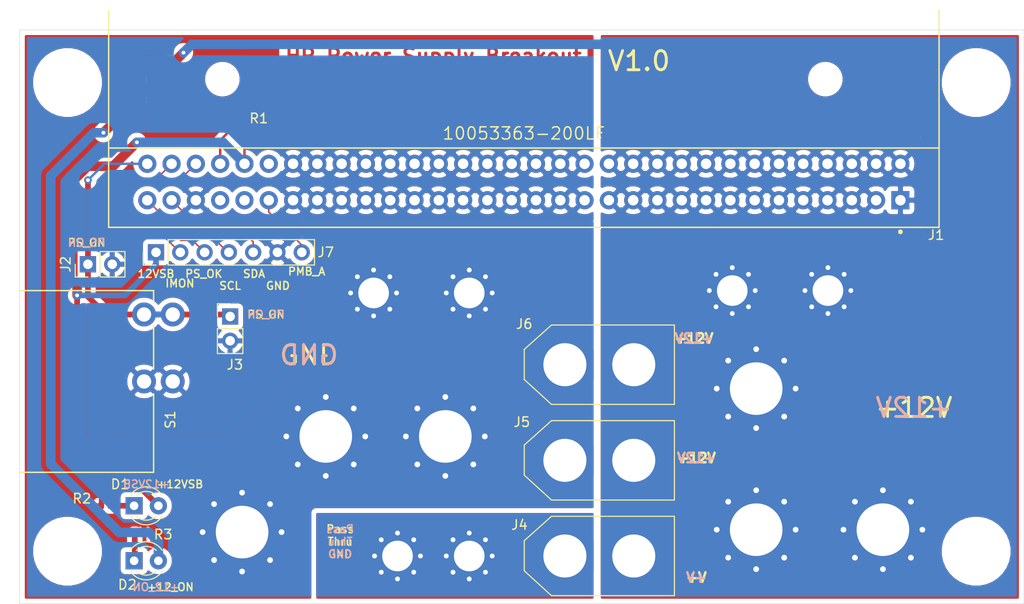
<source format=kicad_pcb>
(kicad_pcb (version 20171130) (host pcbnew "(5.1.6)-1")
  (layers (0 Front signal) (31 Back signal hide) (34 B.Paste user hide) (35 F.Paste user) (36 B.SilkS user hide) (37 F.SilkS user) (38 B.Mask user hide) (39 F.Mask user) (44 Edge.Cuts user))
  (net 0 "")
  (net 1 +12V)
  (net 2 "Net-(J1-PadA28)")
  (net 3 "Net-(J1-PadA29)")
  (net 4 GND)
  (net 5 +12VSB)
  (net 6 /PS_ON)
  (net 7 "Net-(D1-Pad1)")
  (net 8 "Net-(D2-Pad1)")
  (net 9 /PMB_ADDR)
  (net 10 /SDA)
  (net 11 /SCL)
  (net 12 /IMONITOR)
  (net 13 /PRESENT_L)
  (net 14 /PSINT)
  (net 15 /PASS_THRU_GND)
  (net 16 /PS_OK)
  (module Busky_KiCad_Lib:RockerSwitch_RA_R1966A (layer Front) (at -52.5 6.75 90)
    (fp_text reference S1 (at -4 15.75 270) (layer F.SilkS))
    (fp_text value ROCKER_SWITCH-SPST_PTH_RIGHT_ANGLE)
    (fp_line (start 9.5 0) (end 9.5 14) (layer F.SilkS) (width 0.15))
    (fp_line (start -9.5 0) (end -9.5 14) (layer F.SilkS) (width 0.15))
    (fp_line (start 9.5 14) (end 8.2 14) (layer F.SilkS) (width 0.15))
    (fp_line (start -1.3 14) (end -9.5 14) (layer F.SilkS) (width 0.15))
    (fp_line (start 5.9 14) (end 1.3 14) (layer F.SilkS) (width 0.15))
    (pad 2 thru_hole circle (at 7 13 90) (size 2.5 2.5) (drill 1.5) (layers *.Cu *.Mask) (net 6 /PS_ON))
    (pad 1 thru_hole circle (at 0 13 90) (size 2.5 2.5) (drill 1.5) (layers *.Cu *.Mask) (net 4 GND))
    (pad 2 thru_hole circle (at 7 16 90) (size 2.5 2.5) (drill 1.5) (layers *.Cu *.Mask) (net 6 /PS_ON))
    (pad 1 thru_hole circle (at 0 16 90) (size 2.5 2.5) (drill 1.5) (layers *.Cu *.Mask) (net 4 GND))
  )
  (module MountingHole:MountingHole_3.2mm_M3 (layer Front) (at -47.5 -24.5)
    (fp_text reference REF** hide)
    (fp_text value MountingHole_3.2mm_M3)
    (pad "" np_thru_hole circle (at 0 0) (size 3.2 3.2) (drill 3.2) (layers *.Cu *.Mask) (clearance 2))
  )
  (module MountingHole:MountingHole_3.2mm_M3 (layer Front) (at -47.5 24.5)
    (fp_text reference REF** hide)
    (fp_text value MountingHole_3.2mm_M3)
    (pad "" np_thru_hole circle (at 0 0) (size 3.2 3.2) (drill 3.2) (layers *.Cu *.Mask) (clearance 2))
  )
  (module MountingHole:MountingHole_3.2mm_M3 (layer Front) (at 47.5 24.5)
    (fp_text reference REF** hide)
    (fp_text value MountingHole_3.2mm_M3)
    (pad "" np_thru_hole circle (at 0 0) (size 3.2 3.2) (drill 3.2) (layers *.Cu *.Mask) (clearance 2))
  )
  (module MountingHole:MountingHole_3.2mm_M3 (layer Front) (at 47.5 -24.5)
    (fp_text reference REF** hide)
    (fp_text value MountingHole_3.2mm_M3)
    (pad "" np_thru_hole circle (at 0 0) (size 3.2 3.2) (drill 3.2) (layers *.Cu *.Mask) (clearance 2))
  )
  (module eec:Amphenol_ICC-10053363-200LF-0-0-MFG (layer Front) (at 0.21 -14.1 180)
    (fp_text reference J1 (at -44.055 -5.54) (layer F.SilkS) (effects (justify right)))
    (fp_text value 10053363-200LF (at 0 5.08) (layer F.SilkS) (effects (font (size 1.27 1.27))))
    (fp_line (start 43.41 3.555) (end 43.41 -4.74) (layer F.SilkS) (width 0.15))
    (fp_line (start -43.41 3.555) (end -43.41 -4.74) (layer F.SilkS) (width 0.15))
    (fp_circle (center -39.37 -5.21) (end -39.245 -5.21) (layer F.SilkS) (width 0.25))
    (fp_line (start -43.41 17.955) (end -43.41 3.555) (layer F.SilkS) (width 0.15))
    (fp_line (start -43.41 3.555) (end 43.41 3.555) (layer F.SilkS) (width 0.15))
    (fp_line (start 43.41 17.955) (end 43.41 3.555) (layer F.SilkS) (width 0.15))
    (fp_line (start -43.41 -4.74) (end 43.41 -4.74) (layer F.SilkS) (width 0.15))
    (pad "" np_thru_hole circle (at 31.52 10.755 180) (size 2.6 2.6) (drill 2.6) (layers *.Cu *.Mask))
    (pad "" np_thru_hole circle (at -31.52 10.755 180) (size 2.6 2.6) (drill 2.6) (layers *.Cu *.Mask))
    (pad A1 thru_hole rect (at -39.37 -1.905 180) (size 1.9 1.9) (drill 1.1) (layers *.Cu *.Mask) (net 1 +12V))
    (pad A2 thru_hole circle (at -36.83 -1.905 180) (size 1.9 1.9) (drill 1.1) (layers *.Cu *.Mask) (net 1 +12V))
    (pad A3 thru_hole circle (at -34.29 -1.905 180) (size 1.9 1.9) (drill 1.1) (layers *.Cu *.Mask) (net 1 +12V))
    (pad A4 thru_hole circle (at -31.75 -1.905 180) (size 1.9 1.9) (drill 1.1) (layers *.Cu *.Mask) (net 1 +12V))
    (pad A5 thru_hole circle (at -29.21 -1.905 180) (size 1.9 1.9) (drill 1.1) (layers *.Cu *.Mask) (net 1 +12V))
    (pad A6 thru_hole circle (at -26.67 -1.905 180) (size 1.9 1.9) (drill 1.1) (layers *.Cu *.Mask) (net 1 +12V))
    (pad A7 thru_hole circle (at -24.13 -1.905 180) (size 1.9 1.9) (drill 1.1) (layers *.Cu *.Mask) (net 1 +12V))
    (pad A8 thru_hole circle (at -21.59 -1.905 180) (size 1.9 1.9) (drill 1.1) (layers *.Cu *.Mask) (net 1 +12V))
    (pad A9 thru_hole circle (at -19.05 -1.905 180) (size 1.9 1.9) (drill 1.1) (layers *.Cu *.Mask) (net 1 +12V))
    (pad A10 thru_hole circle (at -16.51 -1.905 180) (size 1.9 1.9) (drill 1.1) (layers *.Cu *.Mask) (net 1 +12V))
    (pad A11 thru_hole circle (at -13.97 -1.905 180) (size 1.9 1.9) (drill 1.1) (layers *.Cu *.Mask) (net 1 +12V))
    (pad A12 thru_hole circle (at -11.43 -1.905 180) (size 1.9 1.9) (drill 1.1) (layers *.Cu *.Mask) (net 1 +12V))
    (pad A13 thru_hole circle (at -8.89 -1.905 180) (size 1.9 1.9) (drill 1.1) (layers *.Cu *.Mask) (net 1 +12V))
    (pad A14 thru_hole circle (at -6.35 -1.905 180) (size 1.9 1.9) (drill 1.1) (layers *.Cu *.Mask) (net 4 GND))
    (pad A15 thru_hole circle (at -3.81 -1.905 180) (size 1.9 1.9) (drill 1.1) (layers *.Cu *.Mask) (net 4 GND))
    (pad A16 thru_hole circle (at -1.27 -1.905 180) (size 1.9 1.9) (drill 1.1) (layers *.Cu *.Mask) (net 4 GND))
    (pad A17 thru_hole circle (at 1.27 -1.905 180) (size 1.9 1.9) (drill 1.1) (layers *.Cu *.Mask) (net 4 GND))
    (pad A18 thru_hole circle (at 3.81 -1.905 180) (size 1.9 1.9) (drill 1.1) (layers *.Cu *.Mask) (net 4 GND))
    (pad A19 thru_hole circle (at 6.35 -1.905 180) (size 1.9 1.9) (drill 1.1) (layers *.Cu *.Mask) (net 4 GND))
    (pad A20 thru_hole circle (at 8.89 -1.905 180) (size 1.9 1.9) (drill 1.1) (layers *.Cu *.Mask) (net 4 GND))
    (pad A21 thru_hole circle (at 11.43 -1.905 180) (size 1.9 1.9) (drill 1.1) (layers *.Cu *.Mask) (net 4 GND))
    (pad A22 thru_hole circle (at 13.97 -1.905 180) (size 1.9 1.9) (drill 1.1) (layers *.Cu *.Mask) (net 4 GND))
    (pad A23 thru_hole circle (at 16.51 -1.905 180) (size 1.9 1.9) (drill 1.1) (layers *.Cu *.Mask) (net 4 GND))
    (pad A24 thru_hole circle (at 19.05 -1.905 180) (size 1.9 1.9) (drill 1.1) (layers *.Cu *.Mask) (net 4 GND))
    (pad A25 thru_hole circle (at 21.59 -1.905 180) (size 1.9 1.9) (drill 1.1) (layers *.Cu *.Mask) (net 4 GND))
    (pad A26 thru_hole circle (at 24.13 -1.905 180) (size 1.9 1.9) (drill 1.1) (layers *.Cu *.Mask) (net 4 GND))
    (pad A27 thru_hole circle (at 26.67 -1.905 180) (size 1.9 1.9) (drill 1.1) (layers *.Cu *.Mask) (net 9 /PMB_ADDR))
    (pad A28 thru_hole circle (at 29.21 -1.905 180) (size 1.9 1.9) (drill 1.1) (layers *.Cu *.Mask) (net 2 "Net-(J1-PadA28)"))
    (pad A29 thru_hole circle (at 31.75 -1.905 180) (size 1.9 1.9) (drill 1.1) (layers *.Cu *.Mask) (net 3 "Net-(J1-PadA29)"))
    (pad A30 thru_hole circle (at 34.29 -1.905 180) (size 1.9 1.9) (drill 1.1) (layers *.Cu *.Mask) (net 4 GND))
    (pad A31 thru_hole circle (at 36.83 -1.905 180) (size 1.9 1.9) (drill 1.1) (layers *.Cu *.Mask) (net 10 /SDA))
    (pad A32 thru_hole circle (at 39.37 -1.905 180) (size 1.9 1.9) (drill 1.1) (layers *.Cu *.Mask) (net 11 /SCL))
    (pad B32 thru_hole circle (at 39.37 1.905 180) (size 1.9 1.9) (drill 1.1) (layers *.Cu *.Mask) (net 6 /PS_ON))
    (pad B31 thru_hole circle (at 36.83 1.905 180) (size 1.9 1.9) (drill 1.1) (layers *.Cu *.Mask) (net 12 /IMONITOR))
    (pad B30 thru_hole circle (at 34.29 1.905 180) (size 1.9 1.9) (drill 1.1) (layers *.Cu *.Mask) (net 16 /PS_OK))
    (pad B29 thru_hole circle (at 31.75 1.905 180) (size 1.9 1.9) (drill 1.1) (layers *.Cu *.Mask) (net 13 /PRESENT_L))
    (pad B28 thru_hole circle (at 29.21 1.905 180) (size 1.9 1.9) (drill 1.1) (layers *.Cu *.Mask) (net 5 +12VSB))
    (pad B27 thru_hole circle (at 26.67 1.905 180) (size 1.9 1.9) (drill 1.1) (layers *.Cu *.Mask) (net 14 /PSINT))
    (pad B26 thru_hole circle (at 24.13 1.905 180) (size 1.9 1.9) (drill 1.1) (layers *.Cu *.Mask) (net 4 GND))
    (pad B25 thru_hole circle (at 21.59 1.905 180) (size 1.9 1.9) (drill 1.1) (layers *.Cu *.Mask) (net 4 GND))
    (pad B24 thru_hole circle (at 19.05 1.905 180) (size 1.9 1.9) (drill 1.1) (layers *.Cu *.Mask) (net 4 GND))
    (pad B23 thru_hole circle (at 16.51 1.905 180) (size 1.9 1.9) (drill 1.1) (layers *.Cu *.Mask) (net 4 GND))
    (pad B22 thru_hole circle (at 13.97 1.905 180) (size 1.9 1.9) (drill 1.1) (layers *.Cu *.Mask) (net 4 GND))
    (pad B21 thru_hole circle (at 11.43 1.905 180) (size 1.9 1.9) (drill 1.1) (layers *.Cu *.Mask) (net 4 GND))
    (pad B20 thru_hole circle (at 8.89 1.905 180) (size 1.9 1.9) (drill 1.1) (layers *.Cu *.Mask) (net 4 GND))
    (pad B19 thru_hole circle (at 6.35 1.905 180) (size 1.9 1.9) (drill 1.1) (layers *.Cu *.Mask) (net 4 GND))
    (pad B18 thru_hole circle (at 3.81 1.905 180) (size 1.9 1.9) (drill 1.1) (layers *.Cu *.Mask) (net 4 GND))
    (pad B17 thru_hole circle (at 1.27 1.905 180) (size 1.9 1.9) (drill 1.1) (layers *.Cu *.Mask) (net 4 GND))
    (pad B16 thru_hole circle (at -1.27 1.905 180) (size 1.9 1.9) (drill 1.1) (layers *.Cu *.Mask) (net 4 GND))
    (pad B15 thru_hole circle (at -3.81 1.905 180) (size 1.9 1.9) (drill 1.1) (layers *.Cu *.Mask) (net 4 GND))
    (pad B14 thru_hole circle (at -6.35 1.905 180) (size 1.9 1.9) (drill 1.1) (layers *.Cu *.Mask) (net 4 GND))
    (pad B13 thru_hole circle (at -8.89 1.905 180) (size 1.9 1.9) (drill 1.1) (layers *.Cu *.Mask) (net 1 +12V))
    (pad B12 thru_hole circle (at -11.43 1.905 180) (size 1.9 1.9) (drill 1.1) (layers *.Cu *.Mask) (net 1 +12V))
    (pad B11 thru_hole circle (at -13.97 1.905 180) (size 1.9 1.9) (drill 1.1) (layers *.Cu *.Mask) (net 1 +12V))
    (pad B10 thru_hole circle (at -16.51 1.905 180) (size 1.9 1.9) (drill 1.1) (layers *.Cu *.Mask) (net 1 +12V))
    (pad B9 thru_hole circle (at -19.05 1.905 180) (size 1.9 1.9) (drill 1.1) (layers *.Cu *.Mask) (net 1 +12V))
    (pad B8 thru_hole circle (at -21.59 1.905 180) (size 1.9 1.9) (drill 1.1) (layers *.Cu *.Mask) (net 1 +12V))
    (pad B7 thru_hole circle (at -24.13 1.905 180) (size 1.9 1.9) (drill 1.1) (layers *.Cu *.Mask) (net 1 +12V))
    (pad B6 thru_hole circle (at -26.67 1.905 180) (size 1.9 1.9) (drill 1.1) (layers *.Cu *.Mask) (net 1 +12V))
    (pad B5 thru_hole circle (at -29.21 1.905 180) (size 1.9 1.9) (drill 1.1) (layers *.Cu *.Mask) (net 1 +12V))
    (pad B4 thru_hole circle (at -31.75 1.905 180) (size 1.9 1.9) (drill 1.1) (layers *.Cu *.Mask) (net 1 +12V))
    (pad B3 thru_hole circle (at -34.29 1.905 180) (size 1.9 1.9) (drill 1.1) (layers *.Cu *.Mask) (net 1 +12V))
    (pad B2 thru_hole circle (at -36.83 1.905 180) (size 1.9 1.9) (drill 1.1) (layers *.Cu *.Mask) (net 1 +12V))
    (pad B1 thru_hole circle (at -39.37 1.905 180) (size 1.9 1.9) (drill 1.1) (layers *.Cu *.Mask) (net 1 +12V))
  )
  (module Connector_PinHeader_2.54mm:PinHeader_1x07_P2.54mm_Vertical (layer Front) (at -38.25 -6.75 90)
    (fp_text reference J7 (at 0 17.75 180) (layer F.SilkS))
    (fp_text value Conn_01x07_Male)
    (fp_line (start -1.33 -1.33) (end 0 -1.33) (layer F.SilkS) (width 0.12))
    (fp_line (start -1.33 0) (end -1.33 -1.33) (layer F.SilkS) (width 0.12))
    (fp_line (start -1.33 1.27) (end 1.33 1.27) (layer F.SilkS) (width 0.12))
    (fp_line (start 1.33 1.27) (end 1.33 16.57) (layer F.SilkS) (width 0.12))
    (fp_line (start -1.33 1.27) (end -1.33 16.57) (layer F.SilkS) (width 0.12))
    (fp_line (start -1.33 16.57) (end 1.33 16.57) (layer F.SilkS) (width 0.12))
    (pad 7 thru_hole oval (at 0 15.24 90) (size 1.7 1.7) (drill 1) (layers *.Cu *.Mask) (net 9 /PMB_ADDR))
    (pad 6 thru_hole oval (at 0 12.7 135) (size 1.7 1.7) (drill 1) (layers *.Cu *.Mask) (net 4 GND))
    (pad 5 thru_hole oval (at 0 10.16 90) (size 1.7 1.7) (drill 1) (layers *.Cu *.Mask) (net 10 /SDA))
    (pad 4 thru_hole oval (at 0 7.62 90) (size 1.7 1.7) (drill 1) (layers *.Cu *.Mask) (net 11 /SCL))
    (pad 3 thru_hole oval (at 0 5.08 90) (size 1.7 1.7) (drill 1) (layers *.Cu *.Mask) (net 16 /PS_OK))
    (pad 2 thru_hole oval (at 0 2.54 90) (size 1.7 1.7) (drill 1) (layers *.Cu *.Mask) (net 12 /IMONITOR))
    (pad 1 thru_hole rect (at 0 0 90) (size 1.7 1.7) (drill 1) (layers *.Cu *.Mask) (net 5 +12VSB))
  )
  (module MountingHole:MountingHole_3.2mm_M3_Pad_Via (layer Front) (at -5.5 -2.5 180)
    (fp_text reference H14 hide)
    (fp_text value MountingHole_Pad)
    (pad 1 thru_hole circle (at 1.697056 -1.697056 180) (size 0.8 0.8) (drill 0.5) (layers *.Cu *.Mask) (net 4 GND))
    (pad 1 thru_hole circle (at 0 -2.4 180) (size 0.8 0.8) (drill 0.5) (layers *.Cu *.Mask) (net 4 GND))
    (pad 1 thru_hole circle (at -1.697056 -1.697056 180) (size 0.8 0.8) (drill 0.5) (layers *.Cu *.Mask) (net 4 GND))
    (pad 1 thru_hole circle (at -2.4 0 180) (size 0.8 0.8) (drill 0.5) (layers *.Cu *.Mask) (net 4 GND))
    (pad 1 thru_hole circle (at -1.697056 1.697056 180) (size 0.8 0.8) (drill 0.5) (layers *.Cu *.Mask) (net 4 GND))
    (pad 1 thru_hole circle (at 0 2.4 180) (size 0.8 0.8) (drill 0.5) (layers *.Cu *.Mask) (net 4 GND))
    (pad 1 thru_hole circle (at 1.697056 1.697056 180) (size 0.8 0.8) (drill 0.5) (layers *.Cu *.Mask) (net 4 GND))
    (pad 1 thru_hole circle (at 2.4 0 180) (size 0.8 0.8) (drill 0.5) (layers *.Cu *.Mask) (net 4 GND))
    (pad 1 thru_hole circle (at 0 0 180) (size 6.4 6.4) (drill 3.2) (layers *.Cu *.Mask) (net 4 GND))
  )
  (module MountingHole:MountingHole_3.2mm_M3_Pad_Via (layer Front) (at -15.5 -2.5 180)
    (fp_text reference H13 hide)
    (fp_text value MountingHole_Pad)
    (pad 1 thru_hole circle (at 1.697056 -1.697056 180) (size 0.8 0.8) (drill 0.5) (layers *.Cu *.Mask) (net 4 GND))
    (pad 1 thru_hole circle (at 0 -2.4 180) (size 0.8 0.8) (drill 0.5) (layers *.Cu *.Mask) (net 4 GND))
    (pad 1 thru_hole circle (at -1.697056 -1.697056 180) (size 0.8 0.8) (drill 0.5) (layers *.Cu *.Mask) (net 4 GND))
    (pad 1 thru_hole circle (at -2.4 0 180) (size 0.8 0.8) (drill 0.5) (layers *.Cu *.Mask) (net 4 GND))
    (pad 1 thru_hole circle (at -1.697056 1.697056 180) (size 0.8 0.8) (drill 0.5) (layers *.Cu *.Mask) (net 4 GND))
    (pad 1 thru_hole circle (at 0 2.4 180) (size 0.8 0.8) (drill 0.5) (layers *.Cu *.Mask) (net 4 GND))
    (pad 1 thru_hole circle (at 1.697056 1.697056 180) (size 0.8 0.8) (drill 0.5) (layers *.Cu *.Mask) (net 4 GND))
    (pad 1 thru_hole circle (at 2.4 0 180) (size 0.8 0.8) (drill 0.5) (layers *.Cu *.Mask) (net 4 GND))
    (pad 1 thru_hole circle (at 0 0 180) (size 6.4 6.4) (drill 3.2) (layers *.Cu *.Mask) (net 4 GND))
  )
  (module MountingHole:MountingHole_3.2mm_M3_Pad_Via (layer Front) (at -5.5 25 180)
    (fp_text reference H12 hide)
    (fp_text value MountingHole_Pad)
    (pad 1 thru_hole circle (at 1.697056 -1.697056 180) (size 0.8 0.8) (drill 0.5) (layers *.Cu *.Mask) (net 15 /PASS_THRU_GND))
    (pad 1 thru_hole circle (at 0 -2.4 180) (size 0.8 0.8) (drill 0.5) (layers *.Cu *.Mask) (net 15 /PASS_THRU_GND))
    (pad 1 thru_hole circle (at -1.697056 -1.697056 180) (size 0.8 0.8) (drill 0.5) (layers *.Cu *.Mask) (net 15 /PASS_THRU_GND))
    (pad 1 thru_hole circle (at -2.4 0 180) (size 0.8 0.8) (drill 0.5) (layers *.Cu *.Mask) (net 15 /PASS_THRU_GND))
    (pad 1 thru_hole circle (at -1.697056 1.697056 180) (size 0.8 0.8) (drill 0.5) (layers *.Cu *.Mask) (net 15 /PASS_THRU_GND))
    (pad 1 thru_hole circle (at 0 2.4 180) (size 0.8 0.8) (drill 0.5) (layers *.Cu *.Mask) (net 15 /PASS_THRU_GND))
    (pad 1 thru_hole circle (at 1.697056 1.697056 180) (size 0.8 0.8) (drill 0.5) (layers *.Cu *.Mask) (net 15 /PASS_THRU_GND))
    (pad 1 thru_hole circle (at 2.4 0 180) (size 0.8 0.8) (drill 0.5) (layers *.Cu *.Mask) (net 15 /PASS_THRU_GND))
    (pad 1 thru_hole circle (at 0 0 180) (size 6.4 6.4) (drill 3.2) (layers *.Cu *.Mask) (net 15 /PASS_THRU_GND))
  )
  (module MountingHole:MountingHole_3.2mm_M3_Pad_Via (layer Front) (at -13 25 180)
    (fp_text reference H10 hide)
    (fp_text value MountingHole_Pad)
    (pad 1 thru_hole circle (at 1.697056 -1.697056 180) (size 0.8 0.8) (drill 0.5) (layers *.Cu *.Mask) (net 15 /PASS_THRU_GND))
    (pad 1 thru_hole circle (at 0 -2.4 180) (size 0.8 0.8) (drill 0.5) (layers *.Cu *.Mask) (net 15 /PASS_THRU_GND))
    (pad 1 thru_hole circle (at -1.697056 -1.697056 180) (size 0.8 0.8) (drill 0.5) (layers *.Cu *.Mask) (net 15 /PASS_THRU_GND))
    (pad 1 thru_hole circle (at -2.4 0 180) (size 0.8 0.8) (drill 0.5) (layers *.Cu *.Mask) (net 15 /PASS_THRU_GND))
    (pad 1 thru_hole circle (at -1.697056 1.697056 180) (size 0.8 0.8) (drill 0.5) (layers *.Cu *.Mask) (net 15 /PASS_THRU_GND))
    (pad 1 thru_hole circle (at 0 2.4 180) (size 0.8 0.8) (drill 0.5) (layers *.Cu *.Mask) (net 15 /PASS_THRU_GND))
    (pad 1 thru_hole circle (at 1.697056 1.697056 180) (size 0.8 0.8) (drill 0.5) (layers *.Cu *.Mask) (net 15 /PASS_THRU_GND))
    (pad 1 thru_hole circle (at 2.4 0 180) (size 0.8 0.8) (drill 0.5) (layers *.Cu *.Mask) (net 15 /PASS_THRU_GND))
    (pad 1 thru_hole circle (at 0 0 180) (size 6.4 6.4) (drill 3.2) (layers *.Cu *.Mask) (net 15 /PASS_THRU_GND))
  )
  (module MountingHole:MountingHole_3.2mm_M3_Pad_Via (layer Front) (at 22 -2.75 180)
    (fp_text reference H8 hide)
    (fp_text value MountingHole_Pad)
    (pad 1 thru_hole circle (at 1.697056 -1.697056 180) (size 0.8 0.8) (drill 0.5) (layers *.Cu *.Mask) (net 1 +12V))
    (pad 1 thru_hole circle (at 0 -2.4 180) (size 0.8 0.8) (drill 0.5) (layers *.Cu *.Mask) (net 1 +12V))
    (pad 1 thru_hole circle (at -1.697056 -1.697056 180) (size 0.8 0.8) (drill 0.5) (layers *.Cu *.Mask) (net 1 +12V))
    (pad 1 thru_hole circle (at -2.4 0 180) (size 0.8 0.8) (drill 0.5) (layers *.Cu *.Mask) (net 1 +12V))
    (pad 1 thru_hole circle (at -1.697056 1.697056 180) (size 0.8 0.8) (drill 0.5) (layers *.Cu *.Mask) (net 1 +12V))
    (pad 1 thru_hole circle (at 0 2.4 180) (size 0.8 0.8) (drill 0.5) (layers *.Cu *.Mask) (net 1 +12V))
    (pad 1 thru_hole circle (at 1.697056 1.697056 180) (size 0.8 0.8) (drill 0.5) (layers *.Cu *.Mask) (net 1 +12V))
    (pad 1 thru_hole circle (at 2.4 0 180) (size 0.8 0.8) (drill 0.5) (layers *.Cu *.Mask) (net 1 +12V))
    (pad 1 thru_hole circle (at 0 0 180) (size 6.4 6.4) (drill 3.200001) (layers *.Cu *.Mask) (net 1 +12V))
  )
  (module MountingHole:MountingHole_3.2mm_M3_Pad_Via (layer Front) (at 32 -2.75 180)
    (fp_text reference H7 hide)
    (fp_text value MountingHole_Pad)
    (pad 1 thru_hole circle (at 1.697056 -1.697056 180) (size 0.8 0.8) (drill 0.5) (layers *.Cu *.Mask) (net 1 +12V))
    (pad 1 thru_hole circle (at 0 -2.4 180) (size 0.8 0.8) (drill 0.5) (layers *.Cu *.Mask) (net 1 +12V))
    (pad 1 thru_hole circle (at -1.697056 -1.697056 180) (size 0.8 0.8) (drill 0.5) (layers *.Cu *.Mask) (net 1 +12V))
    (pad 1 thru_hole circle (at -2.4 0 180) (size 0.8 0.8) (drill 0.5) (layers *.Cu *.Mask) (net 1 +12V))
    (pad 1 thru_hole circle (at -1.697056 1.697056 180) (size 0.8 0.8) (drill 0.5) (layers *.Cu *.Mask) (net 1 +12V))
    (pad 1 thru_hole circle (at 0 2.4 180) (size 0.8 0.8) (drill 0.5) (layers *.Cu *.Mask) (net 1 +12V))
    (pad 1 thru_hole circle (at 1.697056 1.697056 180) (size 0.8 0.8) (drill 0.5) (layers *.Cu *.Mask) (net 1 +12V))
    (pad 1 thru_hole circle (at 2.4 0 180) (size 0.8 0.8) (drill 0.5) (layers *.Cu *.Mask) (net 1 +12V))
    (pad 1 thru_hole circle (at 0 0 180) (size 6.4 6.4) (drill 3.2) (layers *.Cu *.Mask) (net 1 +12V))
  )
  (module MountingHole:MountingHole_5.5mm_Pad_Via (layer Front) (at 24.5 7.5 180)
    (fp_text reference H6 hide)
    (fp_text value MountingHole_Pad)
    (pad 1 thru_hole circle (at 2.926815 -2.926815 180) (size 0.9 0.9) (drill 0.6) (layers *.Cu *.Mask) (net 1 +12V))
    (pad 1 thru_hole circle (at 0 -4.125 180) (size 0.9 0.9) (drill 0.6) (layers *.Cu *.Mask) (net 1 +12V))
    (pad 1 thru_hole circle (at -2.926815 -2.926815 180) (size 0.9 0.9) (drill 0.6) (layers *.Cu *.Mask) (net 1 +12V))
    (pad 1 thru_hole circle (at -4.125 0 180) (size 0.9 0.9) (drill 0.6) (layers *.Cu *.Mask) (net 1 +12V))
    (pad 1 thru_hole circle (at -2.926815 2.926815 180) (size 0.9 0.9) (drill 0.6) (layers *.Cu *.Mask) (net 1 +12V))
    (pad 1 thru_hole circle (at 0 4.125 180) (size 0.9 0.9) (drill 0.6) (layers *.Cu *.Mask) (net 1 +12V))
    (pad 1 thru_hole circle (at 2.926815 2.926815 180) (size 0.9 0.9) (drill 0.6) (layers *.Cu *.Mask) (net 1 +12V))
    (pad 1 thru_hole circle (at 4.125 0 180) (size 0.9 0.9) (drill 0.6) (layers *.Cu *.Mask) (net 1 +12V))
    (pad 1 thru_hole circle (at 0 0 180) (size 11 11) (drill 5.5) (layers *.Cu *.Mask) (net 1 +12V))
  )
  (module MountingHole:MountingHole_5.5mm_Pad_Via (layer Front) (at -20.5 12.5 180)
    (fp_text reference H5 hide)
    (fp_text value MountingHole_Pad)
    (pad 1 thru_hole circle (at 2.926815 -2.926815 180) (size 0.9 0.9) (drill 0.6) (layers *.Cu *.Mask) (net 4 GND))
    (pad 1 thru_hole circle (at 0 -4.125 180) (size 0.9 0.9) (drill 0.6) (layers *.Cu *.Mask) (net 4 GND))
    (pad 1 thru_hole circle (at -2.926815 -2.926815 180) (size 0.9 0.9) (drill 0.6) (layers *.Cu *.Mask) (net 4 GND))
    (pad 1 thru_hole circle (at -4.125 0 180) (size 0.9 0.9) (drill 0.6) (layers *.Cu *.Mask) (net 4 GND))
    (pad 1 thru_hole circle (at -2.926815 2.926815 180) (size 0.9 0.9) (drill 0.6) (layers *.Cu *.Mask) (net 4 GND))
    (pad 1 thru_hole circle (at 0 4.125 180) (size 0.9 0.9) (drill 0.6) (layers *.Cu *.Mask) (net 4 GND))
    (pad 1 thru_hole circle (at 2.926815 2.926815 180) (size 0.9 0.9) (drill 0.6) (layers *.Cu *.Mask) (net 4 GND))
    (pad 1 thru_hole circle (at 4.125 0 180) (size 0.9 0.9) (drill 0.6) (layers *.Cu *.Mask) (net 4 GND))
    (pad 1 thru_hole circle (at 0 0 180) (size 11 11) (drill 5.5) (layers *.Cu *.Mask) (net 4 GND))
  )
  (module MountingHole:MountingHole_5.5mm_Pad_Via (layer Front) (at 37.75 22.25 180)
    (fp_text reference H4 hide)
    (fp_text value MountingHole_Pad)
    (pad 1 thru_hole circle (at 2.926815 -2.926815 180) (size 0.9 0.9) (drill 0.6) (layers *.Cu *.Mask) (net 1 +12V))
    (pad 1 thru_hole circle (at 0 -4.125 180) (size 0.9 0.9) (drill 0.6) (layers *.Cu *.Mask) (net 1 +12V))
    (pad 1 thru_hole circle (at -2.926815 -2.926815 180) (size 0.9 0.9) (drill 0.6) (layers *.Cu *.Mask) (net 1 +12V))
    (pad 1 thru_hole circle (at -4.125 0 180) (size 0.9 0.9) (drill 0.6) (layers *.Cu *.Mask) (net 1 +12V))
    (pad 1 thru_hole circle (at -2.926815 2.926815 180) (size 0.9 0.9) (drill 0.6) (layers *.Cu *.Mask) (net 1 +12V))
    (pad 1 thru_hole circle (at 0 4.125 180) (size 0.9 0.9) (drill 0.6) (layers *.Cu *.Mask) (net 1 +12V))
    (pad 1 thru_hole circle (at 2.926815 2.926815 180) (size 0.9 0.9) (drill 0.6) (layers *.Cu *.Mask) (net 1 +12V))
    (pad 1 thru_hole circle (at 4.125 0 180) (size 0.9 0.9) (drill 0.6) (layers *.Cu *.Mask) (net 1 +12V))
    (pad 1 thru_hole circle (at 0 0 180) (size 11 11) (drill 5.5) (layers *.Cu *.Mask) (net 1 +12V))
  )
  (module MountingHole:MountingHole_5.5mm_Pad_Via (layer Front) (at -29.25 22.5 180)
    (fp_text reference H3 hide)
    (fp_text value MountingHole_Pad)
    (pad 1 thru_hole circle (at 2.926815 -2.926815 180) (size 0.9 0.9) (drill 0.6) (layers *.Cu *.Mask) (net 4 GND))
    (pad 1 thru_hole circle (at 0 -4.125 180) (size 0.9 0.9) (drill 0.6) (layers *.Cu *.Mask) (net 4 GND))
    (pad 1 thru_hole circle (at -2.926815 -2.926815 180) (size 0.9 0.9) (drill 0.6) (layers *.Cu *.Mask) (net 4 GND))
    (pad 1 thru_hole circle (at -4.125 0 180) (size 0.9 0.9) (drill 0.6) (layers *.Cu *.Mask) (net 4 GND))
    (pad 1 thru_hole circle (at -2.926815 2.926815 180) (size 0.9 0.9) (drill 0.6) (layers *.Cu *.Mask) (net 4 GND))
    (pad 1 thru_hole circle (at 0 4.125 180) (size 0.9 0.9) (drill 0.6) (layers *.Cu *.Mask) (net 4 GND))
    (pad 1 thru_hole circle (at 2.926815 2.926815 180) (size 0.9 0.9) (drill 0.6) (layers *.Cu *.Mask) (net 4 GND))
    (pad 1 thru_hole circle (at 4.125 0 180) (size 0.9 0.9) (drill 0.6) (layers *.Cu *.Mask) (net 4 GND))
    (pad 1 thru_hole circle (at 0 0 180) (size 11 11) (drill 5.5) (layers *.Cu *.Mask) (net 4 GND))
  )
  (module MountingHole:MountingHole_5.5mm_Pad_Via (layer Front) (at 24.5 22.25 180)
    (fp_text reference H2 hide)
    (fp_text value MountingHole_Pad)
    (pad 1 thru_hole circle (at 2.926815 -2.926815 180) (size 0.9 0.9) (drill 0.6) (layers *.Cu *.Mask) (net 1 +12V))
    (pad 1 thru_hole circle (at 0 -4.125 180) (size 0.9 0.9) (drill 0.6) (layers *.Cu *.Mask) (net 1 +12V))
    (pad 1 thru_hole circle (at -2.926815 -2.926815 180) (size 0.9 0.9) (drill 0.6) (layers *.Cu *.Mask) (net 1 +12V))
    (pad 1 thru_hole circle (at -4.125 0 180) (size 0.9 0.9) (drill 0.6) (layers *.Cu *.Mask) (net 1 +12V))
    (pad 1 thru_hole circle (at -2.926815 2.926815 180) (size 0.9 0.9) (drill 0.6) (layers *.Cu *.Mask) (net 1 +12V))
    (pad 1 thru_hole circle (at 0 4.125 180) (size 0.9 0.9) (drill 0.6) (layers *.Cu *.Mask) (net 1 +12V))
    (pad 1 thru_hole circle (at 2.926815 2.926815 180) (size 0.9 0.9) (drill 0.6) (layers *.Cu *.Mask) (net 1 +12V))
    (pad 1 thru_hole circle (at 4.125 0 180) (size 0.9 0.9) (drill 0.6) (layers *.Cu *.Mask) (net 1 +12V))
    (pad 1 thru_hole circle (at 0 0 180) (size 11 11) (drill 5.5) (layers *.Cu *.Mask) (net 1 +12V))
  )
  (module MountingHole:MountingHole_5.5mm_Pad_Via (layer Front) (at -8 12.5 180)
    (fp_text reference H1 hide)
    (fp_text value MountingHole_Pad)
    (pad 1 thru_hole circle (at 2.926815 -2.926815 180) (size 0.9 0.9) (drill 0.6) (layers *.Cu *.Mask) (net 4 GND))
    (pad 1 thru_hole circle (at 0 -4.125 180) (size 0.9 0.9) (drill 0.6) (layers *.Cu *.Mask) (net 4 GND))
    (pad 1 thru_hole circle (at -2.926815 -2.926815 180) (size 0.9 0.9) (drill 0.6) (layers *.Cu *.Mask) (net 4 GND))
    (pad 1 thru_hole circle (at -4.125 0 180) (size 0.9 0.9) (drill 0.6) (layers *.Cu *.Mask) (net 4 GND))
    (pad 1 thru_hole circle (at -2.926815 2.926815 180) (size 0.9 0.9) (drill 0.6) (layers *.Cu *.Mask) (net 4 GND))
    (pad 1 thru_hole circle (at 0 4.125 180) (size 0.9 0.9) (drill 0.6) (layers *.Cu *.Mask) (net 4 GND))
    (pad 1 thru_hole circle (at 2.926815 2.926815 180) (size 0.9 0.9) (drill 0.6) (layers *.Cu *.Mask) (net 4 GND))
    (pad 1 thru_hole circle (at 4.125 0 180) (size 0.9 0.9) (drill 0.6) (layers *.Cu *.Mask) (net 4 GND))
    (pad 1 thru_hole circle (at 0 0 180) (size 11 11) (drill 5.5) (layers *.Cu *.Mask) (net 4 GND))
  )
  (module Connector_AMASS:AMASS_XT60-F_1x02_P7.20mm_Vertical (layer Front) (at 4.5 5)
    (fp_text reference J6 (at -4.25 -4.25 180) (layer F.SilkS))
    (fp_text value XT60-F)
    (fp_line (start -4.25 1.55) (end -1.4 4.15) (layer F.SilkS) (width 0.12))
    (fp_line (start -1.4 -4.15) (end -4.25 -1.6) (layer F.SilkS) (width 0.12))
    (fp_line (start 11.45 4.15) (end 11.45 -4.15) (layer F.SilkS) (width 0.12))
    (fp_line (start -1.4 4.15) (end 11.45 4.15) (layer F.SilkS) (width 0.12))
    (fp_line (start -4.25 -1.6) (end -4.25 1.55) (layer F.SilkS) (width 0.12))
    (fp_line (start 11.45 -4.15) (end -1.4 -4.15) (layer F.SilkS) (width 0.12))
    (pad 1 thru_hole roundrect (at 0 0) (size 6 6) (drill 4.5) (layers *.Cu *.Mask) (net 4 GND))
    (pad 2 thru_hole circle (at 7.2 0) (size 6 6) (drill 4.5) (layers *.Cu *.Mask) (net 1 +12V))
  )
  (module Connector_AMASS:AMASS_XT60-F_1x02_P7.20mm_Vertical (layer Front) (at 4.5 15)
    (fp_text reference J5 (at -4.5 -4 180) (layer F.SilkS))
    (fp_text value XT60-F)
    (fp_line (start -4.25 1.55) (end -1.4 4.15) (layer F.SilkS) (width 0.12))
    (fp_line (start -1.4 -4.15) (end -4.25 -1.6) (layer F.SilkS) (width 0.12))
    (fp_line (start 11.45 4.15) (end 11.45 -4.15) (layer F.SilkS) (width 0.12))
    (fp_line (start -1.4 4.15) (end 11.45 4.15) (layer F.SilkS) (width 0.12))
    (fp_line (start -4.25 -1.6) (end -4.25 1.55) (layer F.SilkS) (width 0.12))
    (fp_line (start 11.45 -4.15) (end -1.4 -4.15) (layer F.SilkS) (width 0.12))
    (pad 1 thru_hole roundrect (at 0 0) (size 6 6) (drill 4.5) (layers *.Cu *.Mask) (net 4 GND))
    (pad 2 thru_hole circle (at 7.2 0) (size 6 6) (drill 4.5) (layers *.Cu *.Mask) (net 1 +12V))
  )
  (module Connector_AMASS:AMASS_XT60-F_1x02_P7.20mm_Vertical (layer Front) (at 4.5 25)
    (fp_text reference J4 (at -4.75 -3.25 180) (layer F.SilkS))
    (fp_text value XT60-F)
    (fp_line (start -4.25 1.55) (end -1.4 4.15) (layer F.SilkS) (width 0.12))
    (fp_line (start -1.4 -4.15) (end -4.25 -1.6) (layer F.SilkS) (width 0.12))
    (fp_line (start 11.45 4.15) (end 11.45 -4.15) (layer F.SilkS) (width 0.12))
    (fp_line (start -1.4 4.15) (end 11.45 4.15) (layer F.SilkS) (width 0.12))
    (fp_line (start -4.25 -1.6) (end -4.25 1.55) (layer F.SilkS) (width 0.12))
    (fp_line (start 11.45 -4.15) (end -1.4 -4.15) (layer F.SilkS) (width 0.12))
    (pad 1 thru_hole roundrect (at 0 0) (size 6 6) (drill 4.5) (layers *.Cu *.Mask) (net 15 /PASS_THRU_GND))
    (pad 2 thru_hole circle (at 7.2 0) (size 6 6) (drill 4.5) (layers *.Cu *.Mask) (net 1 +12V))
  )
  (module Resistor_SMD:R_0402_1005Metric (layer Front) (at -39.985 22.75)
    (fp_text reference R3 (at 2.485 0) (layer F.SilkS))
    (fp_text value 500)
    (pad 2 smd roundrect (at 0.485 0) (size 0.59 0.64) (layers Front F.Paste F.Mask) (net 4 GND))
    (pad 1 smd roundrect (at -0.485 0) (size 0.59 0.64) (layers Front F.Paste F.Mask) (net 8 "Net-(D2-Pad1)"))
  )
  (module Resistor_SMD:R_0402_1005Metric (layer Front) (at -43.485 19.75 180)
    (fp_text reference R2 (at 2.515 0.75) (layer F.SilkS))
    (fp_text value 500)
    (pad 2 smd roundrect (at 0.485 0 180) (size 0.59 0.64) (layers Front F.Paste F.Mask) (net 4 GND))
    (pad 1 smd roundrect (at -0.485 0 180) (size 0.59 0.64) (layers Front F.Paste F.Mask) (net 7 "Net-(D1-Pad1)"))
  )
  (module Connector_PinHeader_2.54mm:PinHeader_1x02_P2.54mm_Vertical (layer Front) (at -30.5 -0.04)
    (fp_text reference J3 (at 0.5 5.04) (layer F.SilkS))
    (fp_text value Conn_01x02_Male)
    (fp_line (start -1.33 3.87) (end 1.33 3.87) (layer F.SilkS) (width 0.12))
    (fp_line (start -1.33 1.27) (end -1.33 3.87) (layer F.SilkS) (width 0.12))
    (fp_line (start 1.33 1.27) (end 1.33 3.87) (layer F.SilkS) (width 0.12))
    (fp_line (start -1.33 1.27) (end 1.33 1.27) (layer F.SilkS) (width 0.12))
    (fp_line (start -1.33 0) (end -1.33 -1.33) (layer F.SilkS) (width 0.12))
    (fp_line (start -1.33 -1.33) (end 0 -1.33) (layer F.SilkS) (width 0.12))
    (pad 2 thru_hole oval (at 0 2.54) (size 1.7 1.7) (drill 1) (layers *.Cu *.Mask) (net 4 GND))
    (pad 1 thru_hole rect (at 0 0) (size 1.7 1.7) (drill 1) (layers *.Cu *.Mask) (net 6 /PS_ON))
  )
  (module LED_THT:LED_D3.0mm (layer Front) (at -40.54 25.5)
    (fp_text reference D2 (at -0.71 2.5) (layer F.SilkS))
    (fp_text value LED)
    (fp_line (start -0.29 -1.236) (end -0.29 -1.08) (layer F.SilkS) (width 0.12))
    (fp_line (start -0.29 1.08) (end -0.29 1.236) (layer F.SilkS) (width 0.12))
    (fp_arc (start 1.27 0) (end 0.229039 1.08) (angle -87.9) (layer F.SilkS) (width 0.12))
    (fp_arc (start 1.27 0) (end 0.229039 -1.08) (angle 87.9) (layer F.SilkS) (width 0.12))
    (fp_arc (start 1.27 0) (end -0.29 1.235516) (angle -108.8) (layer F.SilkS) (width 0.12))
    (fp_arc (start 1.27 0) (end -0.29 -1.235516) (angle 108.8) (layer F.SilkS) (width 0.12))
    (pad 2 thru_hole circle (at 2.54 0) (size 1.8 1.8) (drill 0.9) (layers *.Cu *.Mask) (net 1 +12V))
    (pad 1 thru_hole rect (at 0 0) (size 1.8 1.8) (drill 0.9) (layers *.Cu *.Mask) (net 8 "Net-(D2-Pad1)"))
  )
  (module LED_THT:LED_D3.0mm (layer Front) (at -40.54 19.75)
    (fp_text reference D1 (at -1.46 -2.25) (layer F.SilkS))
    (fp_text value LED)
    (fp_line (start -0.29 -1.236) (end -0.29 -1.08) (layer F.SilkS) (width 0.12))
    (fp_line (start -0.29 1.08) (end -0.29 1.236) (layer F.SilkS) (width 0.12))
    (fp_arc (start 1.27 0) (end 0.229039 1.08) (angle -87.9) (layer F.SilkS) (width 0.12))
    (fp_arc (start 1.27 0) (end 0.229039 -1.08) (angle 87.9) (layer F.SilkS) (width 0.12))
    (fp_arc (start 1.27 0) (end -0.29 1.235516) (angle -108.8) (layer F.SilkS) (width 0.12))
    (fp_arc (start 1.27 0) (end -0.29 -1.235516) (angle 108.8) (layer F.SilkS) (width 0.12))
    (pad 2 thru_hole circle (at 2.54 0) (size 1.8 1.8) (drill 0.9) (layers *.Cu *.Mask) (net 5 +12VSB))
    (pad 1 thru_hole rect (at 0 0) (size 1.8 1.8) (drill 0.9) (layers *.Cu *.Mask) (net 7 "Net-(D1-Pad1)"))
  )
  (module Connector_PinHeader_2.54mm:PinHeader_1x02_P2.54mm_Vertical (layer Front) (at -45.365 -5.5 90)
    (fp_text reference J2 (at 0 -2.33 90) (layer F.SilkS))
    (fp_text value Conn_01x02_Male)
    (fp_line (start -1.33 -1.33) (end 0 -1.33) (layer F.SilkS) (width 0.12))
    (fp_line (start -1.33 0) (end -1.33 -1.33) (layer F.SilkS) (width 0.12))
    (fp_line (start -1.33 1.27) (end 1.33 1.27) (layer F.SilkS) (width 0.12))
    (fp_line (start 1.33 1.27) (end 1.33 3.87) (layer F.SilkS) (width 0.12))
    (fp_line (start -1.33 1.27) (end -1.33 3.87) (layer F.SilkS) (width 0.12))
    (fp_line (start -1.33 3.87) (end 1.33 3.87) (layer F.SilkS) (width 0.12))
    (pad 2 thru_hole oval (at 0 2.54 90) (size 1.7 1.7) (drill 1) (layers *.Cu *.Mask) (net 4 GND))
    (pad 1 thru_hole rect (at 0 0 90) (size 1.7 1.7) (drill 1) (layers *.Cu *.Mask) (net 6 /PS_ON))
  )
  (module Resistor_SMD:R_0402_1005Metric (layer Front) (at -30.27 -20.645 180)
    (fp_text reference R1 (at -2.77 0.105) (layer F.SilkS))
    (fp_text value 22K)
    (pad 2 smd roundrect (at 0.485 0 180) (size 0.59 0.64) (layers Front F.Paste F.Mask) (net 13 /PRESENT_L))
    (pad 1 smd roundrect (at -0.485 0 180) (size 0.59 0.64) (layers Front F.Paste F.Mask) (net 5 +12VSB))
  )
  (gr_text PMB_A (at -22.5 -4.75) (layer F.SilkS) (effects (font (size 0.8128 0.8128) (thickness 0.1524))))
  (gr_text GND (at -25.5 -3.25) (layer F.SilkS) (effects (font (size 0.8128 0.8128) (thickness 0.1524))))
  (gr_text "SDA\n" (at -28 -4.5) (layer F.SilkS) (effects (font (size 0.8128 0.8128) (thickness 0.1524))))
  (gr_text "SCL\n" (at -30.5 -3.25) (layer F.SilkS) (effects (font (size 0.8128 0.8128) (thickness 0.1524))))
  (gr_text PS_OK (at -33.25 -4.5) (layer F.SilkS) (effects (font (size 0.8128 0.8128) (thickness 0.1524))))
  (gr_text IMON (at -35.75 -3.5) (layer F.SilkS) (effects (font (size 0.8128 0.8128) (thickness 0.1524))))
  (gr_text "12VSB\n" (at -38.25 -4.5) (layer F.SilkS) (effects (font (size 0.8128 0.8128) (thickness 0.1524))))
  (gr_text V1.0 (at 12.25 -26.75) (layer F.SilkS) (effects (font (size 2 2) (thickness 0.3))))
  (gr_text "Pass\nThru\nGND" (at -19 23.5) (layer B.SilkS) (effects (font (size 0.8128 0.8128) (thickness 0.1524)) (justify mirror)))
  (gr_text +12_ON (at -38.25 28.25) (layer B.SilkS) (effects (font (size 0.8128 0.8128) (thickness 0.1524)) (justify mirror)))
  (gr_text +12VSB (at -39.25 17.5) (layer B.SilkS) (effects (font (size 0.8128 0.8128) (thickness 0.1524)) (justify mirror)))
  (gr_text PS_ON (at -45.5 -7.75) (layer B.SilkS) (effects (font (size 0.8128 0.8128) (thickness 0.1524)) (justify mirror)))
  (gr_text +12V (at 41 9.5) (layer F.SilkS) (effects (font (size 2 2) (thickness 0.3))))
  (gr_text +V (at 18.25 27.25) (layer F.SilkS) (effects (font (size 1 1) (thickness 0.25))))
  (gr_text +12V (at 18.25 14.75) (layer F.SilkS) (effects (font (size 1 1) (thickness 0.25))))
  (gr_text +12V (at 18 2.25) (layer F.SilkS) (effects (font (size 1 1) (thickness 0.25))))
  (gr_text GND (at -22.25 4) (layer B.SilkS) (effects (font (size 2 2) (thickness 0.3)) (justify mirror)))
  (gr_text PS_ON (at -26.75 -0.25) (layer F.SilkS) (effects (font (size 0.8128 0.8128) (thickness 0.1524))))
  (gr_text +12_ON (at -36.75 28.25) (layer F.SilkS) (effects (font (size 0.8128 0.8128) (thickness 0.1524))))
  (gr_text +12VSB (at -35.75 17.5) (layer F.SilkS) (effects (font (size 0.8128 0.8128) (thickness 0.1524))))
  (gr_text PS_ON (at -45.5 -7.75) (layer F.SilkS) (effects (font (size 0.8128 0.8128) (thickness 0.1524))))
  (gr_text PS_ON (at -26.75 -0.25) (layer B.SilkS) (effects (font (size 0.8128 0.8128) (thickness 0.1524)) (justify mirror)))
  (gr_text "Pass\nThru\nGND" (at -19 23.5) (layer F.SilkS) (effects (font (size 0.8128 0.8128) (thickness 0.1524))))
  (gr_text GND (at -22.25 4) (layer F.SilkS) (effects (font (size 2 2) (thickness 0.3))))
  (gr_text +V (at 18.25 27.25) (layer B.SilkS) (effects (font (size 1 1) (thickness 0.25)) (justify mirror)))
  (gr_text +12V (at 18 2.25) (layer B.SilkS) (effects (font (size 1 1) (thickness 0.25)) (justify mirror)))
  (gr_text +12V (at 18.25 14.75) (layer B.SilkS) (effects (font (size 1 1) (thickness 0.25)) (justify mirror)))
  (gr_text +12V (at 41 9.5) (layer B.SilkS) (effects (font (size 2 2) (thickness 0.3)) (justify mirror)))
  (gr_text "HP Power Supply Breakout" (at -9.25 -27.25) (layer Front) (effects (font (size 1.524 1.524) (thickness 0.3048))))
  (gr_text "Busky Electronics" (at 49.5 3.25 -90) (layer Front) (effects (font (size 1.524 1.524) (thickness 0.3048))))
  (gr_line (start 52.5 30) (end 52.5 -30) (layer Edge.Cuts) (width 0.05))
  (gr_line (start -52.5 30) (end 52.5 30) (layer Edge.Cuts) (width 0.05))
  (gr_line (start -52.5 -30) (end -52.5 30) (layer Edge.Cuts) (width 0.05))
  (gr_line (start 52.5 -30) (end -52.5 -30) (layer Edge.Cuts) (width 0.05))
  (segment (start 21.8 -12.195) (end 20.25 -10.645) (width 0.127) (layer Front) (net 1))
  (segment (start 20.25 -4.5) (end 22 -2.75) (width 0.127) (layer Front) (net 1))
  (segment (start 20.25 -10.645) (end 20.25 -4.5) (width 0.127) (layer Front) (net 1))
  (via (at -43.750008 -19.25) (size 0.9) (drill 0.4) (layers Front Back) (net 1))
  (via (at -35.375 -27.625) (size 0.9) (drill 0.4) (layers Front Back) (net 1))
  (segment (start -43.750008 -19.25) (end -35.375008 -27.625) (width 1) (layer Front) (net 1))
  (segment (start -35.375008 -27.625) (end -35.375 -27.625) (width 1) (layer Front) (net 1))
  (segment (start -34.5 -28.5) (end -35.375 -27.625) (width 1) (layer Back) (net 1))
  (segment (start 9 -28.5) (end -34.5 -28.5) (width 1) (layer Back) (net 1))
  (segment (start -44.75 -19.25) (end -43.750008 -19.25) (width 1) (layer Back) (net 1))
  (segment (start -49.25 -14.75) (end -44.75 -19.25) (width 1) (layer Back) (net 1))
  (segment (start -38 23.5) (end -38.968001 22.531999) (width 1) (layer Back) (net 1))
  (segment (start -42.093001 22.531999) (end -49.25 15.375) (width 1) (layer Back) (net 1))
  (segment (start -38 25.5) (end -38 23.5) (width 1) (layer Back) (net 1))
  (segment (start -38.968001 22.531999) (end -42.093001 22.531999) (width 1) (layer Back) (net 1))
  (segment (start -49.25 15.375) (end -49.25 -14.75) (width 1) (layer Back) (net 1))
  (segment (start 6.56 -16.005) (end 4 -18.565) (width 0.127) (layer Front) (net 4))
  (segment (start 4 -18.565) (end 4 -23.5) (width 0.127) (layer Front) (net 4))
  (segment (start 4 -23.5) (end 4 -23) (width 0.127) (layer Front) (net 4))
  (segment (start -43 17.5) (end -46.5 14) (width 0.6) (layer Front) (net 5))
  (segment (start -46.5 14) (end -46.5 -2.25) (width 0.6) (layer Front) (net 5))
  (via (at -46.5 -2.25) (size 0.9) (drill 0.4) (layers Front Back) (net 5))
  (segment (start -41.5 -2.25) (end -38.25 -5.5) (width 0.6) (layer Back) (net 5))
  (segment (start -46.5 -2.25) (end -41.5 -2.25) (width 0.6) (layer Back) (net 5))
  (segment (start -46.5 -3.5) (end -46.799999 -3.799999) (width 1) (layer Front) (net 5))
  (segment (start -46.5 -2.25) (end -46.5 -3.5) (width 1) (layer Front) (net 5))
  (segment (start -38.25 -5.5) (end -38.25 -6.75) (width 0.6) (layer Back) (net 5))
  (segment (start -40.25 17.5) (end -38 19.75) (width 0.6) (layer Front) (net 5))
  (segment (start -43 17.5) (end -40.25 17.5) (width 0.6) (layer Front) (net 5))
  (segment (start -29.785 -19.16) (end -29.785 -20.645) (width 0.254) (layer Front) (net 5))
  (segment (start -29 -16.005) (end -29 -18.375) (width 0.254) (layer Front) (net 5))
  (segment (start -29 -18.375) (end -29.785 -19.16) (width 0.254) (layer Front) (net 5))
  (via (at -40.25 -18.25) (size 0.9) (drill 0.4) (layers Front Back) (net 5))
  (segment (start -31.245 -18.25) (end -40.25 -18.25) (width 1) (layer Back) (net 5))
  (segment (start -29 -16.005) (end -31.245 -18.25) (width 1) (layer Back) (net 5))
  (segment (start -45.386396 -15.75) (end -42.75 -15.75) (width 1) (layer Front) (net 5))
  (segment (start -46.949999 -14.186397) (end -45.386396 -15.75) (width 1) (layer Front) (net 5))
  (segment (start -46.5 -3.5) (end -46.949999 -3.949999) (width 1) (layer Front) (net 5))
  (segment (start -42.75 -15.75) (end -40.25 -18.25) (width 1) (layer Front) (net 5))
  (segment (start -46.949999 -3.949999) (end -46.949999 -14.186397) (width 1) (layer Front) (net 5))
  (segment (start -39.16 -16.005) (end -43.655 -16.005) (width 0.25) (layer Back) (net 6))
  (segment (start -45.365 -14.295) (end -45.365 -4.77) (width 0.25) (layer Front) (net 6))
  (segment (start -43.655 -16.005) (end -45.365 -14.295) (width 0.25) (layer Back) (net 6))
  (via (at -45.365 -14.295) (size 0.8) (drill 0.4) (layers Front Back) (net 6))
  (segment (start -39.5 -0.25) (end -36.5 -0.25) (width 0.6) (layer Back) (net 6))
  (segment (start -43.5 -0.25) (end -45.365 -2.115) (width 0.6) (layer Front) (net 6))
  (segment (start -37.5 -0.25) (end -43.5 -0.25) (width 0.6) (layer Front) (net 6))
  (segment (start -45.365 -2.115) (end -45.365 -5.5) (width 0.6) (layer Front) (net 6))
  (segment (start -45.365 -5.5) (end -45.365 -14.295) (width 0.6) (layer Front) (net 6))
  (segment (start -30.71 -0.25) (end -30.5 -0.04) (width 0.6) (layer Front) (net 6))
  (segment (start -36.5 -0.25) (end -30.71 -0.25) (width 0.6) (layer Front) (net 6))
  (segment (start -43 19.75) (end -40.54 19.75) (width 0.6) (layer Front) (net 7))
  (segment (start -40.47 25.43) (end -40.54 25.5) (width 0.6) (layer Front) (net 8))
  (segment (start -40.47 22.75) (end -40.47 25.43) (width 0.6) (layer Front) (net 8))
  (segment (start -23.01 -7.51) (end -23.01 -6.75) (width 0.15) (layer Front) (net 9))
  (segment (start -26.46 -12.195) (end -26.46 -10.96) (width 0.15) (layer Front) (net 9))
  (segment (start -26.46 -10.96) (end -23.01 -7.51) (width 0.15) (layer Front) (net 9))
  (segment (start -28.09 -7.84) (end -28.09 -6.75) (width 0.15) (layer Front) (net 10))
  (segment (start -36.62 -12.195) (end -33.925 -9.5) (width 0.15) (layer Front) (net 10))
  (segment (start -29.75 -9.5) (end -28.09 -7.84) (width 0.15) (layer Front) (net 10))
  (segment (start -33.925 -9.5) (end -29.75 -9.5) (width 0.15) (layer Front) (net 10))
  (segment (start -32.5 -8.5) (end -30.75 -6.75) (width 0.15) (layer Front) (net 11))
  (segment (start -39.16 -12.195) (end -35.465 -8.5) (width 0.15) (layer Front) (net 11))
  (segment (start -30.75 -6.75) (end -30.63 -6.75) (width 0.15) (layer Front) (net 11))
  (segment (start -35.465 -8.5) (end -32.5 -8.5) (width 0.15) (layer Front) (net 11))
  (segment (start -35.75 -6.75) (end -35.71 -6.75) (width 0.15) (layer Front) (net 12))
  (segment (start -37.25 -8.25) (end -35.75 -6.75) (width 0.15) (layer Front) (net 12))
  (segment (start -39.21 -9) (end -38.46 -8.25) (width 0.15) (layer Front) (net 12))
  (segment (start -41.25 -9) (end -39.21 -9) (width 0.15) (layer Front) (net 12))
  (segment (start -38.125 -14.5) (end -41 -14.5) (width 0.15) (layer Front) (net 12))
  (segment (start -38.46 -8.25) (end -37.25 -8.25) (width 0.15) (layer Front) (net 12))
  (segment (start -36.62 -16.005) (end -38.125 -14.5) (width 0.15) (layer Front) (net 12))
  (segment (start -42 -13.5) (end -42 -9.75) (width 0.15) (layer Front) (net 12))
  (segment (start -41 -14.5) (end -42 -13.5) (width 0.15) (layer Front) (net 12))
  (segment (start -42 -9.75) (end -41.25 -9) (width 0.15) (layer Front) (net 12))
  (segment (start -30.755 -19.245) (end -30.755 -20.645) (width 0.254) (layer Front) (net 13))
  (segment (start -31.54 -16.005) (end -31.54 -18.46) (width 0.254) (layer Front) (net 13))
  (segment (start -31.54 -18.46) (end -30.755 -19.245) (width 0.254) (layer Front) (net 13))
  (segment (start -34.42 -8) (end -33.17 -6.75) (width 0.15) (layer Front) (net 16))
  (segment (start -38.17 -10.5) (end -35.67 -8) (width 0.15) (layer Front) (net 16))
  (segment (start -40.5 -10.5) (end -38.17 -10.5) (width 0.15) (layer Front) (net 16))
  (segment (start -41.25 -13.25) (end -41.25 -11.25) (width 0.15) (layer Front) (net 16))
  (segment (start -35.75 -14.335) (end -36.281625 -14.335) (width 0.15) (layer Front) (net 16))
  (segment (start -35.67 -8) (end -34.42 -8) (width 0.15) (layer Front) (net 16))
  (segment (start -34.08 -16.005) (end -35.75 -14.335) (width 0.15) (layer Front) (net 16))
  (segment (start -36.281625 -14.335) (end -36.616625 -14) (width 0.15) (layer Front) (net 16))
  (segment (start -36.616625 -14) (end -40.5 -14) (width 0.15) (layer Front) (net 16))
  (segment (start -41.25 -11.25) (end -40.5 -10.5) (width 0.15) (layer Front) (net 16))
  (segment (start -40.5 -14) (end -41.25 -13.25) (width 0.15) (layer Front) (net 16))
  (zone (net 1) (net_name +12V) (layer Front) (priority 2) (connect_pads yes (clearance 0.508)) (min_thickness 0.254) (fill yes (arc_segments 32) (thermal_gap 0.508) (thermal_bridge_width 0.508))
    (polygon (pts (xy 8.25 -29.5) (xy 52 -29.5) (xy 52 29.75) (xy 8.25 29.75)))
  )
  (zone (net 4) (net_name GND) (layer Front) (connect_pads yes (clearance 0.508)) (min_thickness 0.254) (fill yes (arc_segments 32) (thermal_gap 0.508) (thermal_bridge_width 0.508))
    (polygon (pts (xy -52 -29.5) (xy 7.5 -29.5) (xy 7.5 22.25) (xy 7.5 29.75) (xy -52 29.75)))
  )
  (zone (net 1) (net_name +12V) (layer Back) (connect_pads yes (clearance 0.508)) (min_thickness 0.254) (fill yes (arc_segments 32) (thermal_gap 0.508) (thermal_bridge_width 0.508))
    (polygon (pts (xy 8.25 -29.25) (xy 51.75 -29.25) (xy 51.75 29.25) (xy 8.25 29.25)))
  )
  (zone (net 4) (net_name GND) (layer Back) (connect_pads yes (clearance 0.508)) (min_thickness 0.254) (fill yes (arc_segments 32) (thermal_gap 0.508) (thermal_bridge_width 0.508))
    (polygon (pts (xy -51.75 -29.25) (xy 7.5 -29.25) (xy 7.5 22) (xy 7.5 29.25) (xy -51.75 29.25)))
  )
  (zone (net 4) (net_name GND) (layer Front) (priority 1) (connect_pads (clearance 0.508)) (min_thickness 0.254) (fill yes (arc_segments 32) (thermal_gap 0.508) (thermal_bridge_width 0.508))
    (polygon (pts (xy -46 -13.25) (xy -44.25 -13.25) (xy -39 -18.5) (xy 7.5 -18.75) (xy 7.5 -10) (xy -23 -10) (xy -23 5) (xy -30.5 12.5) (xy -46 12.5)))
  )
  (zone (net 1) (net_name +12V) (layer Front) (priority 3) (connect_pads (clearance 0.508)) (min_thickness 0.254) (fill yes (arc_segments 32) (thermal_gap 0.508) (thermal_bridge_width 0.508))
    (polygon (pts (xy 8.25 -18.75) (xy 41.75 -18.75) (xy 41.75 -9.25) (xy 8.25 -9.25)))
  )
  (zone (net 1) (net_name +12V) (layer Back) (priority 1) (connect_pads (clearance 0.508)) (min_thickness 0.254) (fill yes (arc_segments 32) (thermal_gap 0.508) (thermal_bridge_width 0.508))
    (polygon (pts (xy 8.25 -18.75) (xy 41.75 -18.75) (xy 41.75 -9.25) (xy 8.25 -9.25)))
  )
  (zone (net 15) (net_name /PASS_THRU_GND) (layer Front) (priority 2) (connect_pads yes (clearance 0.508)) (min_thickness 0.254) (fill yes (arc_segments 32) (thermal_gap 0.508) (thermal_bridge_width 0.508))
    (polygon (pts (xy -21.5 20.5) (xy 7.5 20.5) (xy 7.5 29.75) (xy -21.5 29.75)))
  )
  (zone (net 15) (net_name /PASS_THRU_GND) (layer Back) (priority 2) (connect_pads yes (clearance 0.508)) (min_thickness 0.254) (fill yes (arc_segments 32) (thermal_gap 0.508) (thermal_bridge_width 0.508))
    (polygon (pts (xy -21.5 20.5) (xy 7.5 20.5) (xy 7.5 29.25) (xy -21.5 29.25)))
  )
  (zone (net 4) (net_name GND) (layer Back) (priority 1) (connect_pads (clearance 0.508)) (min_thickness 0.254) (fill yes (arc_segments 32) (thermal_gap 0.508) (thermal_bridge_width 0.508))
    (polygon (pts (xy -45.5 -14) (xy -42.25 -17.25) (xy -39.25 -17.25) (xy -39.25 -27.375) (xy 7.5 -27.25) (xy 7.5 -10) (xy -23 -10) (xy -23 5) (xy -30.5 12.5) (xy -45.5 12.5)))
  )
)
</source>
